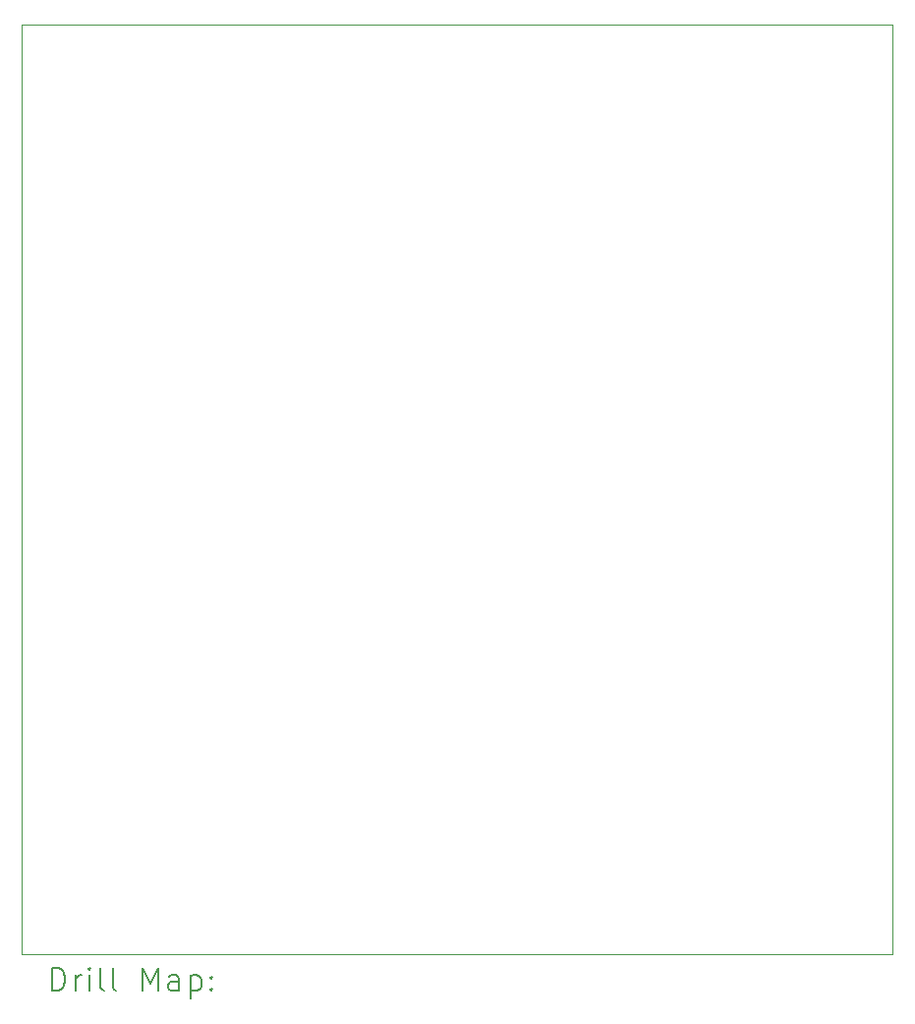
<source format=gbr>
%TF.GenerationSoftware,KiCad,Pcbnew,9.0.2*%
%TF.CreationDate,2025-12-05T19:39:55-05:00*%
%TF.ProjectId,PCB,5043422e-6b69-4636-9164-5f7063625858,rev?*%
%TF.SameCoordinates,Original*%
%TF.FileFunction,Drillmap*%
%TF.FilePolarity,Positive*%
%FSLAX45Y45*%
G04 Gerber Fmt 4.5, Leading zero omitted, Abs format (unit mm)*
G04 Created by KiCad (PCBNEW 9.0.2) date 2025-12-05 19:39:55*
%MOMM*%
%LPD*%
G01*
G04 APERTURE LIST*
%ADD10C,0.050000*%
%ADD11C,0.200000*%
G04 APERTURE END LIST*
D10*
X5010000Y-4390000D02*
X12510000Y-4390000D01*
X12510000Y-12390000D01*
X5010000Y-12390000D01*
X5010000Y-4390000D01*
D11*
X5268277Y-12703984D02*
X5268277Y-12503984D01*
X5268277Y-12503984D02*
X5315896Y-12503984D01*
X5315896Y-12503984D02*
X5344467Y-12513508D01*
X5344467Y-12513508D02*
X5363515Y-12532555D01*
X5363515Y-12532555D02*
X5373039Y-12551603D01*
X5373039Y-12551603D02*
X5382563Y-12589698D01*
X5382563Y-12589698D02*
X5382563Y-12618269D01*
X5382563Y-12618269D02*
X5373039Y-12656365D01*
X5373039Y-12656365D02*
X5363515Y-12675412D01*
X5363515Y-12675412D02*
X5344467Y-12694460D01*
X5344467Y-12694460D02*
X5315896Y-12703984D01*
X5315896Y-12703984D02*
X5268277Y-12703984D01*
X5468277Y-12703984D02*
X5468277Y-12570650D01*
X5468277Y-12608746D02*
X5477801Y-12589698D01*
X5477801Y-12589698D02*
X5487324Y-12580174D01*
X5487324Y-12580174D02*
X5506372Y-12570650D01*
X5506372Y-12570650D02*
X5525420Y-12570650D01*
X5592086Y-12703984D02*
X5592086Y-12570650D01*
X5592086Y-12503984D02*
X5582563Y-12513508D01*
X5582563Y-12513508D02*
X5592086Y-12523031D01*
X5592086Y-12523031D02*
X5601610Y-12513508D01*
X5601610Y-12513508D02*
X5592086Y-12503984D01*
X5592086Y-12503984D02*
X5592086Y-12523031D01*
X5715896Y-12703984D02*
X5696848Y-12694460D01*
X5696848Y-12694460D02*
X5687324Y-12675412D01*
X5687324Y-12675412D02*
X5687324Y-12503984D01*
X5820658Y-12703984D02*
X5801610Y-12694460D01*
X5801610Y-12694460D02*
X5792086Y-12675412D01*
X5792086Y-12675412D02*
X5792086Y-12503984D01*
X6049229Y-12703984D02*
X6049229Y-12503984D01*
X6049229Y-12503984D02*
X6115896Y-12646841D01*
X6115896Y-12646841D02*
X6182562Y-12503984D01*
X6182562Y-12503984D02*
X6182562Y-12703984D01*
X6363515Y-12703984D02*
X6363515Y-12599222D01*
X6363515Y-12599222D02*
X6353991Y-12580174D01*
X6353991Y-12580174D02*
X6334943Y-12570650D01*
X6334943Y-12570650D02*
X6296848Y-12570650D01*
X6296848Y-12570650D02*
X6277801Y-12580174D01*
X6363515Y-12694460D02*
X6344467Y-12703984D01*
X6344467Y-12703984D02*
X6296848Y-12703984D01*
X6296848Y-12703984D02*
X6277801Y-12694460D01*
X6277801Y-12694460D02*
X6268277Y-12675412D01*
X6268277Y-12675412D02*
X6268277Y-12656365D01*
X6268277Y-12656365D02*
X6277801Y-12637317D01*
X6277801Y-12637317D02*
X6296848Y-12627793D01*
X6296848Y-12627793D02*
X6344467Y-12627793D01*
X6344467Y-12627793D02*
X6363515Y-12618269D01*
X6458753Y-12570650D02*
X6458753Y-12770650D01*
X6458753Y-12580174D02*
X6477801Y-12570650D01*
X6477801Y-12570650D02*
X6515896Y-12570650D01*
X6515896Y-12570650D02*
X6534943Y-12580174D01*
X6534943Y-12580174D02*
X6544467Y-12589698D01*
X6544467Y-12589698D02*
X6553991Y-12608746D01*
X6553991Y-12608746D02*
X6553991Y-12665888D01*
X6553991Y-12665888D02*
X6544467Y-12684936D01*
X6544467Y-12684936D02*
X6534943Y-12694460D01*
X6534943Y-12694460D02*
X6515896Y-12703984D01*
X6515896Y-12703984D02*
X6477801Y-12703984D01*
X6477801Y-12703984D02*
X6458753Y-12694460D01*
X6639705Y-12684936D02*
X6649229Y-12694460D01*
X6649229Y-12694460D02*
X6639705Y-12703984D01*
X6639705Y-12703984D02*
X6630182Y-12694460D01*
X6630182Y-12694460D02*
X6639705Y-12684936D01*
X6639705Y-12684936D02*
X6639705Y-12703984D01*
X6639705Y-12580174D02*
X6649229Y-12589698D01*
X6649229Y-12589698D02*
X6639705Y-12599222D01*
X6639705Y-12599222D02*
X6630182Y-12589698D01*
X6630182Y-12589698D02*
X6639705Y-12580174D01*
X6639705Y-12580174D02*
X6639705Y-12599222D01*
M02*

</source>
